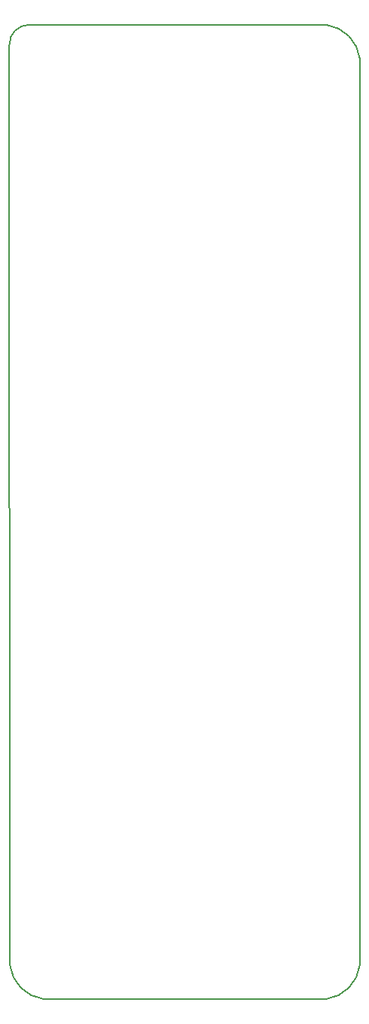
<source format=gko>
G04 DipTrace 3.2.0.1*
G04 PlancksII_rohm.GKO*
%MOIN*%
G04 #@! TF.FileFunction,Profile*
G04 #@! TF.Part,Single*
%ADD11C,0.005512*%
%FSLAX26Y26*%
G04*
G70*
G90*
G75*
G01*
G04 BoardOutline*
%LPD*%
X396025Y544000D2*
D11*
G03X544025Y394000I170711J20421D01*
G01*
X1794025D1*
G03X1942025Y544000I-22711J170421D01*
G01*
Y4544000D1*
G03X1794025Y4694000I-170711J-20421D01*
G01*
X481525D1*
G03X394025Y4606500I-2083J-85417D01*
G01*
X396025Y544000D1*
M02*

</source>
